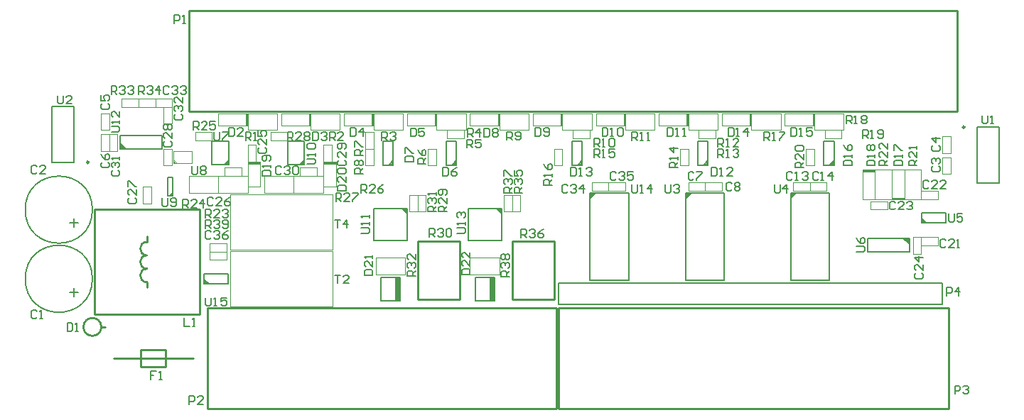
<source format=gto>
%FSLAX44Y44*%
%MOMM*%
G71*
G01*
G75*
G04 Layer_Color=65535*
%ADD10C,0.3000*%
%ADD11C,0.5000*%
%ADD12O,2.1500X0.6000*%
%ADD13R,3.0000X1.6000*%
%ADD14R,6.2000X5.8000*%
%ADD15O,0.7000X2.5000*%
%ADD16R,2.7000X1.0000*%
%ADD17R,2.7000X3.3000*%
%ADD18R,0.6300X0.8300*%
%ADD19R,1.0000X1.5000*%
G04:AMPARAMS|DCode=20|XSize=0.6mm|YSize=1.3mm|CornerRadius=0.15mm|HoleSize=0mm|Usage=FLASHONLY|Rotation=180.000|XOffset=0mm|YOffset=0mm|HoleType=Round|Shape=RoundedRectangle|*
%AMROUNDEDRECTD20*
21,1,0.6000,1.0000,0,0,180.0*
21,1,0.3000,1.3000,0,0,180.0*
1,1,0.3000,-0.1500,0.5000*
1,1,0.3000,0.1500,0.5000*
1,1,0.3000,0.1500,-0.5000*
1,1,0.3000,-0.1500,-0.5000*
%
%ADD20ROUNDEDRECTD20*%
%ADD21R,5.5000X3.2000*%
%ADD22R,0.6000X0.6000*%
%ADD23R,0.6000X0.6000*%
%ADD24R,0.9000X0.6000*%
%ADD25R,0.8300X0.6300*%
%ADD26R,1.0000X0.8000*%
%ADD27R,1.5000X2.1000*%
%ADD28R,3.0000X3.7500*%
%ADD29R,1.5000X1.0000*%
%ADD30R,0.6000X1.1000*%
%ADD31O,1.7000X0.3000*%
%ADD32R,0.4500X0.6000*%
%ADD33R,0.8000X0.4500*%
%ADD34C,1.8000*%
%ADD35C,2.0000*%
%ADD36C,0.7500*%
%ADD37C,1.0000*%
%ADD38C,1.5000*%
%ADD39C,0.2600*%
%ADD40C,0.2500*%
%ADD41C,2.5000*%
%ADD42C,1.5000*%
%ADD43R,1.5000X1.5000*%
%ADD44C,6.0000*%
%ADD45C,1.6000*%
%ADD46C,0.7000*%
%ADD47R,0.8000X1.0000*%
%ADD48C,0.7000*%
%ADD49C,0.1700*%
%ADD50C,0.2000*%
%ADD51C,0.2540*%
%ADD52C,0.1000*%
%ADD53C,0.1500*%
G36*
X675500Y252250D02*
X675500Y259500D01*
X682750Y259500D01*
X675500Y252250D01*
D02*
G37*
G36*
X914500Y252250D02*
Y259500D01*
X921750D01*
X914500Y252250D01*
D02*
G37*
G36*
X789500D02*
Y259500D01*
X796750D01*
X789500Y252250D01*
D02*
G37*
G36*
X335000Y293500D02*
X328000D01*
X335000Y300500D01*
X335000D01*
Y293500D01*
D02*
G37*
G36*
X245000Y293500D02*
X238000D01*
X245000Y300500D01*
X245000D01*
Y293500D01*
D02*
G37*
G36*
X178000Y256501D02*
X177999Y256500D01*
X173000D01*
X178000Y261500D01*
Y256501D01*
D02*
G37*
D40*
X1121750Y338500D02*
G03*
X1121750Y338500I-1250J0D01*
G01*
X78250Y296500D02*
G03*
X78250Y296500I-1250J0D01*
G01*
D49*
X530000Y203500D02*
Y241500D01*
X570000D01*
X530000Y203500D02*
X570000D01*
Y241500D01*
X568000D02*
X570000Y239500D01*
X566000Y241500D02*
X570000Y237500D01*
X564000Y241500D02*
X570000Y235500D01*
X417500Y203500D02*
Y241500D01*
X457500D01*
X417500Y203500D02*
X457500D01*
Y241500D01*
X455500D02*
X457500Y239500D01*
X453500Y241500D02*
X457500Y237500D01*
X451500Y241500D02*
X457500Y235500D01*
X1100000Y137500D02*
Y147497D01*
X1104998D01*
X1106665Y145831D01*
Y142498D01*
X1104998Y140832D01*
X1100000D01*
X1114995Y137500D02*
Y147497D01*
X1109997Y142498D01*
X1116661D01*
X1110000Y20000D02*
Y29997D01*
X1114998D01*
X1116665Y28331D01*
Y24998D01*
X1114998Y23332D01*
X1110000D01*
X1119997Y28331D02*
X1121663Y29997D01*
X1124995D01*
X1126661Y28331D01*
Y26665D01*
X1124995Y24998D01*
X1123329D01*
X1124995D01*
X1126661Y23332D01*
Y21666D01*
X1124995Y20000D01*
X1121663D01*
X1119997Y21666D01*
X197500Y7500D02*
Y17497D01*
X202498D01*
X204165Y15831D01*
Y12498D01*
X202498Y10832D01*
X197500D01*
X214161Y7500D02*
X207497D01*
X214161Y14165D01*
Y15831D01*
X212495Y17497D01*
X209163D01*
X207497Y15831D01*
X180000Y462500D02*
Y472497D01*
X184998D01*
X186665Y470831D01*
Y467498D01*
X184998Y465832D01*
X180000D01*
X189997Y462500D02*
X193329D01*
X191663D01*
Y472497D01*
X189997Y470831D01*
X16665Y118331D02*
X14998Y119997D01*
X11666D01*
X10000Y118331D01*
Y111666D01*
X11666Y110000D01*
X14998D01*
X16665Y111666D01*
X19997Y110000D02*
X23329D01*
X21663D01*
Y119997D01*
X19997Y118331D01*
X16665Y290831D02*
X14998Y292497D01*
X11666D01*
X10000Y290831D01*
Y284166D01*
X11666Y282500D01*
X14998D01*
X16665Y284166D01*
X26661Y282500D02*
X19997D01*
X26661Y289165D01*
Y290831D01*
X24995Y292497D01*
X21663D01*
X19997Y290831D01*
X1084169Y291665D02*
X1082503Y289998D01*
Y286666D01*
X1084169Y285000D01*
X1090834D01*
X1092500Y286666D01*
Y289998D01*
X1090834Y291665D01*
X1084169Y294997D02*
X1082503Y296663D01*
Y299995D01*
X1084169Y301661D01*
X1085835D01*
X1087502Y299995D01*
Y298329D01*
Y299995D01*
X1089168Y301661D01*
X1090834D01*
X1092500Y299995D01*
Y296663D01*
X1090834Y294997D01*
X1084169Y316665D02*
X1082503Y314998D01*
Y311666D01*
X1084169Y310000D01*
X1090834D01*
X1092500Y311666D01*
Y314998D01*
X1090834Y316665D01*
X1092500Y324995D02*
X1082503D01*
X1087502Y319997D01*
Y326661D01*
X94169Y366665D02*
X92503Y364998D01*
Y361666D01*
X94169Y360000D01*
X100834D01*
X102500Y361666D01*
Y364998D01*
X100834Y366665D01*
X92503Y376661D02*
Y369997D01*
X97502D01*
X95836Y373329D01*
Y374995D01*
X97502Y376661D01*
X100834D01*
X102500Y374995D01*
Y371663D01*
X100834Y369997D01*
X94169Y296665D02*
X92503Y294998D01*
Y291666D01*
X94169Y290000D01*
X100834D01*
X102500Y291666D01*
Y294998D01*
X100834Y296665D01*
X92503Y306661D02*
X94169Y303329D01*
X97502Y299997D01*
X100834D01*
X102500Y301663D01*
Y304995D01*
X100834Y306661D01*
X99168D01*
X97502Y304995D01*
Y299997D01*
X799165Y283331D02*
X797498Y284997D01*
X794166D01*
X792500Y283331D01*
Y276666D01*
X794166Y275000D01*
X797498D01*
X799165Y276666D01*
X802497Y284997D02*
X809161D01*
Y283331D01*
X802497Y276666D01*
Y275000D01*
X844165Y270831D02*
X842498Y272497D01*
X839166D01*
X837500Y270831D01*
Y264166D01*
X839166Y262500D01*
X842498D01*
X844165Y264166D01*
X847497Y270831D02*
X849163Y272497D01*
X852495D01*
X854161Y270831D01*
Y269165D01*
X852495Y267498D01*
X854161Y265832D01*
Y264166D01*
X852495Y262500D01*
X849163D01*
X847497Y264166D01*
Y265832D01*
X849163Y267498D01*
X847497Y269165D01*
Y270831D01*
X849163Y267498D02*
X852495D01*
X916665Y283331D02*
X914998Y284997D01*
X911666D01*
X910000Y283331D01*
Y276666D01*
X911666Y275000D01*
X914998D01*
X916665Y276666D01*
X919997Y275000D02*
X923329D01*
X921663D01*
Y284997D01*
X919997Y283331D01*
X928327D02*
X929994Y284997D01*
X933326D01*
X934992Y283331D01*
Y281665D01*
X933326Y279998D01*
X931660D01*
X933326D01*
X934992Y278332D01*
Y276666D01*
X933326Y275000D01*
X929994D01*
X928327Y276666D01*
X947414Y283331D02*
X945748Y284997D01*
X942416D01*
X940750Y283331D01*
Y276666D01*
X942416Y275000D01*
X945748D01*
X947414Y276666D01*
X950747Y275000D02*
X954079D01*
X952413D01*
Y284997D01*
X950747Y283331D01*
X964076Y275000D02*
Y284997D01*
X959077Y279998D01*
X965742D01*
X1099165Y203331D02*
X1097498Y204997D01*
X1094166D01*
X1092500Y203331D01*
Y196666D01*
X1094166Y195000D01*
X1097498D01*
X1099165Y196666D01*
X1109161Y195000D02*
X1102497D01*
X1109161Y201665D01*
Y203331D01*
X1107495Y204997D01*
X1104163D01*
X1102497Y203331D01*
X1112494Y195000D02*
X1115826D01*
X1114160D01*
Y204997D01*
X1112494Y203331D01*
X1079165Y273331D02*
X1077498Y274997D01*
X1074166D01*
X1072500Y273331D01*
Y266666D01*
X1074166Y265000D01*
X1077498D01*
X1079165Y266666D01*
X1089161Y265000D02*
X1082497D01*
X1089161Y271665D01*
Y273331D01*
X1087495Y274997D01*
X1084163D01*
X1082497Y273331D01*
X1099158Y265000D02*
X1092494D01*
X1099158Y271665D01*
Y273331D01*
X1097492Y274997D01*
X1094160D01*
X1092494Y273331D01*
X1039165Y248331D02*
X1037498Y249997D01*
X1034166D01*
X1032500Y248331D01*
Y241666D01*
X1034166Y240000D01*
X1037498D01*
X1039165Y241666D01*
X1049161Y240000D02*
X1042497D01*
X1049161Y246665D01*
Y248331D01*
X1047495Y249997D01*
X1044163D01*
X1042497Y248331D01*
X1052494D02*
X1054160Y249997D01*
X1057492D01*
X1059158Y248331D01*
Y246665D01*
X1057492Y244998D01*
X1055826D01*
X1057492D01*
X1059158Y243332D01*
Y241666D01*
X1057492Y240000D01*
X1054160D01*
X1052494Y241666D01*
X1064169Y164165D02*
X1062503Y162498D01*
Y159166D01*
X1064169Y157500D01*
X1070834D01*
X1072500Y159166D01*
Y162498D01*
X1070834Y164165D01*
X1072500Y174161D02*
Y167497D01*
X1065835Y174161D01*
X1064169D01*
X1062503Y172495D01*
Y169163D01*
X1064169Y167497D01*
X1072500Y182492D02*
X1062503D01*
X1067502Y177493D01*
Y184158D01*
X281669Y314165D02*
X280003Y312498D01*
Y309166D01*
X281669Y307500D01*
X288334D01*
X290000Y309166D01*
Y312498D01*
X288334Y314165D01*
X290000Y324161D02*
Y317497D01*
X283335Y324161D01*
X281669D01*
X280003Y322495D01*
Y319163D01*
X281669Y317497D01*
X280003Y334158D02*
Y327494D01*
X285002D01*
X283335Y330826D01*
Y332492D01*
X285002Y334158D01*
X288334D01*
X290000Y332492D01*
Y329160D01*
X288334Y327494D01*
X226665Y253331D02*
X224998Y254997D01*
X221666D01*
X220000Y253331D01*
Y246666D01*
X221666Y245000D01*
X224998D01*
X226665Y246666D01*
X236661Y245000D02*
X229997D01*
X236661Y251665D01*
Y253331D01*
X234995Y254997D01*
X231663D01*
X229997Y253331D01*
X246658Y254997D02*
X243326Y253331D01*
X239994Y249998D01*
Y246666D01*
X241660Y245000D01*
X244992D01*
X246658Y246666D01*
Y248332D01*
X244992Y249998D01*
X239994D01*
X126669Y254165D02*
X125003Y252498D01*
Y249166D01*
X126669Y247500D01*
X133334D01*
X135000Y249166D01*
Y252498D01*
X133334Y254165D01*
X135000Y264161D02*
Y257497D01*
X128336Y264161D01*
X126669D01*
X125003Y262495D01*
Y259163D01*
X126669Y257497D01*
X125003Y267493D02*
Y274158D01*
X126669D01*
X133334Y267493D01*
X135000D01*
X169169Y321665D02*
X167503Y319998D01*
Y316666D01*
X169169Y315000D01*
X175834D01*
X177500Y316666D01*
Y319998D01*
X175834Y321665D01*
X177500Y331661D02*
Y324997D01*
X170835Y331661D01*
X169169D01*
X167503Y329995D01*
Y326663D01*
X169169Y324997D01*
Y334994D02*
X167503Y336660D01*
Y339992D01*
X169169Y341658D01*
X170835D01*
X172502Y339992D01*
X174168Y341658D01*
X175834D01*
X177500Y339992D01*
Y336660D01*
X175834Y334994D01*
X174168D01*
X172502Y336660D01*
X170835Y334994D01*
X169169D01*
X172502Y336660D02*
Y339992D01*
X376669Y299165D02*
X375003Y297498D01*
Y294166D01*
X376669Y292500D01*
X383334D01*
X385000Y294166D01*
Y297498D01*
X383334Y299165D01*
X385000Y309161D02*
Y302497D01*
X378335Y309161D01*
X376669D01*
X375003Y307495D01*
Y304163D01*
X376669Y302497D01*
X383334Y312494D02*
X385000Y314160D01*
Y317492D01*
X383334Y319158D01*
X376669D01*
X375003Y317492D01*
Y314160D01*
X376669Y312494D01*
X378335D01*
X380002Y314160D01*
Y319158D01*
X307915Y290331D02*
X306248Y291997D01*
X302916D01*
X301250Y290331D01*
Y283666D01*
X302916Y282000D01*
X306248D01*
X307915Y283666D01*
X311247Y290331D02*
X312913Y291997D01*
X316245D01*
X317911Y290331D01*
Y288664D01*
X316245Y286998D01*
X314579D01*
X316245D01*
X317911Y285332D01*
Y283666D01*
X316245Y282000D01*
X312913D01*
X311247Y283666D01*
X321244Y290331D02*
X322910Y291997D01*
X326242D01*
X327908Y290331D01*
Y283666D01*
X326242Y282000D01*
X322910D01*
X321244Y283666D01*
Y290331D01*
X106669Y286665D02*
X105003Y284998D01*
Y281666D01*
X106669Y280000D01*
X113334D01*
X115000Y281666D01*
Y284998D01*
X113334Y286665D01*
X106669Y289997D02*
X105003Y291663D01*
Y294995D01*
X106669Y296661D01*
X108336D01*
X110002Y294995D01*
Y293329D01*
Y294995D01*
X111668Y296661D01*
X113334D01*
X115000Y294995D01*
Y291663D01*
X113334Y289997D01*
X115000Y299994D02*
Y303326D01*
Y301660D01*
X105003D01*
X106669Y299994D01*
X181669Y354165D02*
X180003Y352498D01*
Y349166D01*
X181669Y347500D01*
X188334D01*
X190000Y349166D01*
Y352498D01*
X188334Y354165D01*
X181669Y357497D02*
X180003Y359163D01*
Y362495D01*
X181669Y364161D01*
X183335D01*
X185002Y362495D01*
Y360829D01*
Y362495D01*
X186668Y364161D01*
X188334D01*
X190000Y362495D01*
Y359163D01*
X188334Y357497D01*
X190000Y374158D02*
Y367494D01*
X183335Y374158D01*
X181669D01*
X180003Y372492D01*
Y369160D01*
X181669Y367494D01*
X174165Y385831D02*
X172498Y387497D01*
X169166D01*
X167500Y385831D01*
Y379166D01*
X169166Y377500D01*
X172498D01*
X174165Y379166D01*
X177497Y385831D02*
X179163Y387497D01*
X182495D01*
X184161Y385831D01*
Y384165D01*
X182495Y382498D01*
X180829D01*
X182495D01*
X184161Y380832D01*
Y379166D01*
X182495Y377500D01*
X179163D01*
X177497Y379166D01*
X187494Y385831D02*
X189160Y387497D01*
X192492D01*
X194158Y385831D01*
Y384165D01*
X192492Y382498D01*
X190826D01*
X192492D01*
X194158Y380832D01*
Y379166D01*
X192492Y377500D01*
X189160D01*
X187494Y379166D01*
X649165Y268331D02*
X647498Y269997D01*
X644166D01*
X642500Y268331D01*
Y261666D01*
X644166Y260000D01*
X647498D01*
X649165Y261666D01*
X652497Y268331D02*
X654163Y269997D01*
X657495D01*
X659161Y268331D01*
Y266665D01*
X657495Y264998D01*
X655829D01*
X657495D01*
X659161Y263332D01*
Y261666D01*
X657495Y260000D01*
X654163D01*
X652497Y261666D01*
X667492Y260000D02*
Y269997D01*
X662494Y264998D01*
X669158D01*
X706665Y283331D02*
X704998Y284997D01*
X701666D01*
X700000Y283331D01*
Y276666D01*
X701666Y275000D01*
X704998D01*
X706665Y276666D01*
X709997Y283331D02*
X711663Y284997D01*
X714995D01*
X716661Y283331D01*
Y281665D01*
X714995Y279998D01*
X713329D01*
X714995D01*
X716661Y278332D01*
Y276666D01*
X714995Y275000D01*
X711663D01*
X709997Y276666D01*
X726658Y284997D02*
X719994D01*
Y279998D01*
X723326Y281665D01*
X724992D01*
X726658Y279998D01*
Y276666D01*
X724992Y275000D01*
X721660D01*
X719994Y276666D01*
X224165Y213331D02*
X222498Y214997D01*
X219166D01*
X217500Y213331D01*
Y206666D01*
X219166Y205000D01*
X222498D01*
X224165Y206666D01*
X227497Y213331D02*
X229163Y214997D01*
X232495D01*
X234161Y213331D01*
Y211665D01*
X232495Y209998D01*
X230829D01*
X232495D01*
X234161Y208332D01*
Y206666D01*
X232495Y205000D01*
X229163D01*
X227497Y206666D01*
X244158Y214997D02*
X240826Y213331D01*
X237494Y209998D01*
Y206666D01*
X239160Y205000D01*
X242492D01*
X244158Y206666D01*
Y208332D01*
X242492Y209998D01*
X237494D01*
X52500Y104997D02*
Y95000D01*
X57498D01*
X59165Y96666D01*
Y103331D01*
X57498Y104997D01*
X52500D01*
X62497Y95000D02*
X65829D01*
X64163D01*
Y104997D01*
X62497Y103331D01*
X245000Y337497D02*
Y327500D01*
X249998D01*
X251665Y329166D01*
Y335831D01*
X249998Y337497D01*
X245000D01*
X261661Y327500D02*
X254997D01*
X261661Y334165D01*
Y335831D01*
X259995Y337497D01*
X256663D01*
X254997Y335831D01*
X345000Y332497D02*
Y322500D01*
X349998D01*
X351665Y324166D01*
Y330831D01*
X349998Y332497D01*
X345000D01*
X354997Y330831D02*
X356663Y332497D01*
X359995D01*
X361661Y330831D01*
Y329165D01*
X359995Y327498D01*
X358329D01*
X359995D01*
X361661Y325832D01*
Y324166D01*
X359995Y322500D01*
X356663D01*
X354997Y324166D01*
X390000Y337497D02*
Y327500D01*
X394998D01*
X396665Y329166D01*
Y335831D01*
X394998Y337497D01*
X390000D01*
X404995Y327500D02*
Y337497D01*
X399997Y332498D01*
X406661D01*
X461500Y337247D02*
Y327250D01*
X466498D01*
X468164Y328916D01*
Y335581D01*
X466498Y337247D01*
X461500D01*
X478161D02*
X471497D01*
Y332248D01*
X474829Y333914D01*
X476495D01*
X478161Y332248D01*
Y328916D01*
X476495Y327250D01*
X473163D01*
X471497Y328916D01*
X500000Y289997D02*
Y280000D01*
X504998D01*
X506665Y281666D01*
Y288331D01*
X504998Y289997D01*
X500000D01*
X516661D02*
X513329Y288331D01*
X509997Y284998D01*
Y281666D01*
X511663Y280000D01*
X514995D01*
X516661Y281666D01*
Y283332D01*
X514995Y284998D01*
X509997D01*
X455003Y297500D02*
X465000D01*
Y302498D01*
X463334Y304165D01*
X456669D01*
X455003Y302498D01*
Y297500D01*
Y307497D02*
Y314161D01*
X456669D01*
X463334Y307497D01*
X465000D01*
X549250Y336747D02*
Y326750D01*
X554248D01*
X555914Y328416D01*
Y335081D01*
X554248Y336747D01*
X549250D01*
X559247Y335081D02*
X560913Y336747D01*
X564245D01*
X565911Y335081D01*
Y333414D01*
X564245Y331748D01*
X565911Y330082D01*
Y328416D01*
X564245Y326750D01*
X560913D01*
X559247Y328416D01*
Y330082D01*
X560913Y331748D01*
X559247Y333414D01*
Y335081D01*
X560913Y331748D02*
X564245D01*
X610000Y337497D02*
Y327500D01*
X614998D01*
X616665Y329166D01*
Y335831D01*
X614998Y337497D01*
X610000D01*
X619997Y329166D02*
X621663Y327500D01*
X624995D01*
X626661Y329166D01*
Y335831D01*
X624995Y337497D01*
X621663D01*
X619997Y335831D01*
Y334165D01*
X621663Y332498D01*
X626661D01*
X690000Y337497D02*
Y327500D01*
X694998D01*
X696665Y329166D01*
Y335831D01*
X694998Y337497D01*
X690000D01*
X699997Y327500D02*
X703329D01*
X701663D01*
Y337497D01*
X699997Y335831D01*
X708327D02*
X709994Y337497D01*
X713326D01*
X714992Y335831D01*
Y329166D01*
X713326Y327500D01*
X709994D01*
X708327Y329166D01*
Y335831D01*
X767500Y337497D02*
Y327500D01*
X772498D01*
X774165Y329166D01*
Y335831D01*
X772498Y337497D01*
X767500D01*
X777497Y327500D02*
X780829D01*
X779163D01*
Y337497D01*
X777497Y335831D01*
X785827Y327500D02*
X789160D01*
X787494D01*
Y337497D01*
X785827Y335831D01*
X820000Y290497D02*
Y280500D01*
X824998D01*
X826665Y282166D01*
Y288831D01*
X824998Y290497D01*
X820000D01*
X829997Y280500D02*
X833329D01*
X831663D01*
Y290497D01*
X829997Y288831D01*
X844992Y280500D02*
X838327D01*
X844992Y287164D01*
Y288831D01*
X843326Y290497D01*
X839994D01*
X838327Y288831D01*
X652500Y289997D02*
Y280000D01*
X657498D01*
X659165Y281666D01*
Y288331D01*
X657498Y289997D01*
X652500D01*
X662497Y280000D02*
X665829D01*
X664163D01*
Y289997D01*
X662497Y288331D01*
X670827D02*
X672494Y289997D01*
X675826D01*
X677492Y288331D01*
Y286665D01*
X675826Y284998D01*
X674160D01*
X675826D01*
X677492Y283332D01*
Y281666D01*
X675826Y280000D01*
X672494D01*
X670827Y281666D01*
X840000Y337497D02*
Y327500D01*
X844998D01*
X846665Y329166D01*
Y335831D01*
X844998Y337497D01*
X840000D01*
X849997Y327500D02*
X853329D01*
X851663D01*
Y337497D01*
X849997Y335831D01*
X863326Y327500D02*
Y337497D01*
X858327Y332498D01*
X864992D01*
X915000Y337497D02*
Y327500D01*
X919998D01*
X921665Y329166D01*
Y335831D01*
X919998Y337497D01*
X915000D01*
X924997Y327500D02*
X928329D01*
X926663D01*
Y337497D01*
X924997Y335831D01*
X939992Y337497D02*
X933327D01*
Y332498D01*
X936660Y334165D01*
X938326D01*
X939992Y332498D01*
Y329166D01*
X938326Y327500D01*
X934994D01*
X933327Y329166D01*
X977503Y292500D02*
X987500D01*
Y297498D01*
X985834Y299165D01*
X979169D01*
X977503Y297498D01*
Y292500D01*
X987500Y302497D02*
Y305829D01*
Y304163D01*
X977503D01*
X979169Y302497D01*
X977503Y317492D02*
X979169Y314160D01*
X982502Y310827D01*
X985834D01*
X987500Y312494D01*
Y315826D01*
X985834Y317492D01*
X984168D01*
X982502Y315826D01*
Y310827D01*
X1037503Y292500D02*
X1047500D01*
Y297498D01*
X1045834Y299165D01*
X1039169D01*
X1037503Y297498D01*
Y292500D01*
X1047500Y302497D02*
Y305829D01*
Y304163D01*
X1037503D01*
X1039169Y302497D01*
X1037503Y310827D02*
Y317492D01*
X1039169D01*
X1045834Y310827D01*
X1047500D01*
X1005003Y292500D02*
X1015000D01*
Y297498D01*
X1013334Y299165D01*
X1006669D01*
X1005003Y297498D01*
Y292500D01*
X1015000Y302497D02*
Y305829D01*
Y304163D01*
X1005003D01*
X1006669Y302497D01*
Y310827D02*
X1005003Y312494D01*
Y315826D01*
X1006669Y317492D01*
X1008335D01*
X1010002Y315826D01*
X1011668Y317492D01*
X1013334D01*
X1015000Y315826D01*
Y312494D01*
X1013334Y310827D01*
X1011668D01*
X1010002Y312494D01*
X1008335Y310827D01*
X1006669D01*
X1010002Y312494D02*
Y315826D01*
X285003Y280000D02*
X295000D01*
Y284998D01*
X293334Y286665D01*
X286669D01*
X285003Y284998D01*
Y280000D01*
X295000Y289997D02*
Y293329D01*
Y291663D01*
X285003D01*
X286669Y289997D01*
X293334Y298327D02*
X295000Y299994D01*
Y303326D01*
X293334Y304992D01*
X286669D01*
X285003Y303326D01*
Y299994D01*
X286669Y298327D01*
X288335D01*
X290002Y299994D01*
Y304992D01*
X375003Y262500D02*
X385000D01*
Y267498D01*
X383334Y269165D01*
X376669D01*
X375003Y267498D01*
Y262500D01*
X385000Y279161D02*
Y272497D01*
X378335Y279161D01*
X376669D01*
X375003Y277495D01*
Y274163D01*
X376669Y272497D01*
Y282494D02*
X375003Y284160D01*
Y287492D01*
X376669Y289158D01*
X383334D01*
X385000Y287492D01*
Y284160D01*
X383334Y282494D01*
X376669D01*
X406503Y162000D02*
X416500D01*
Y166999D01*
X414834Y168665D01*
X408170D01*
X406503Y166999D01*
Y162000D01*
X416500Y178661D02*
Y171997D01*
X409836Y178661D01*
X408170D01*
X406503Y176995D01*
Y173663D01*
X408170Y171997D01*
X416500Y181994D02*
Y185326D01*
Y183660D01*
X406503D01*
X408170Y181994D01*
X522503Y162500D02*
X532500D01*
Y167498D01*
X530834Y169165D01*
X524169D01*
X522503Y167498D01*
Y162500D01*
X532500Y179161D02*
Y172497D01*
X525835Y179161D01*
X524169D01*
X522503Y177495D01*
Y174163D01*
X524169Y172497D01*
X532500Y189158D02*
Y182494D01*
X525835Y189158D01*
X524169D01*
X522503Y187492D01*
Y184160D01*
X524169Y182494D01*
X158914Y47247D02*
X152250D01*
Y42248D01*
X155582D01*
X152250D01*
Y37250D01*
X162247D02*
X165579D01*
X163913D01*
Y47247D01*
X162247Y45581D01*
X191500Y110497D02*
Y100500D01*
X198165D01*
X201497D02*
X204829D01*
X203163D01*
Y110497D01*
X201497Y108831D01*
X265000Y322500D02*
Y332497D01*
X269998D01*
X271665Y330831D01*
Y327498D01*
X269998Y325832D01*
X265000D01*
X268332D02*
X271665Y322500D01*
X274997D02*
X278329D01*
X276663D01*
Y332497D01*
X274997Y330831D01*
X365000Y322500D02*
Y332497D01*
X369998D01*
X371665Y330831D01*
Y327498D01*
X369998Y325832D01*
X365000D01*
X368332D02*
X371665Y322500D01*
X381661D02*
X374997D01*
X381661Y329165D01*
Y330831D01*
X379995Y332497D01*
X376663D01*
X374997Y330831D01*
X427500Y322500D02*
Y332497D01*
X432498D01*
X434165Y330831D01*
Y327498D01*
X432498Y325832D01*
X427500D01*
X430832D02*
X434165Y322500D01*
X437497Y330831D02*
X439163Y332497D01*
X442495D01*
X444161Y330831D01*
Y329165D01*
X442495Y327498D01*
X440829D01*
X442495D01*
X444161Y325832D01*
Y324166D01*
X442495Y322500D01*
X439163D01*
X437497Y324166D01*
X529250Y326750D02*
Y336747D01*
X534248D01*
X535914Y335081D01*
Y331748D01*
X534248Y330082D01*
X529250D01*
X532582D02*
X535914Y326750D01*
X544245D02*
Y336747D01*
X539247Y331748D01*
X545911D01*
X528750Y313750D02*
Y323747D01*
X533748D01*
X535415Y322081D01*
Y318748D01*
X533748Y317082D01*
X528750D01*
X532082D02*
X535415Y313750D01*
X545411Y323747D02*
X538747D01*
Y318748D01*
X542079Y320415D01*
X543745D01*
X545411Y318748D01*
Y315416D01*
X543745Y313750D01*
X540413D01*
X538747Y315416D01*
X480000Y295000D02*
X470003D01*
Y299998D01*
X471669Y301665D01*
X475002D01*
X476668Y299998D01*
Y295000D01*
Y298332D02*
X480000Y301665D01*
X470003Y311661D02*
X471669Y308329D01*
X475002Y304997D01*
X478334D01*
X480000Y306663D01*
Y309995D01*
X478334Y311661D01*
X476668D01*
X475002Y309995D01*
Y304997D01*
X405000Y305000D02*
X395003D01*
Y309998D01*
X396669Y311665D01*
X400002D01*
X401668Y309998D01*
Y305000D01*
Y308332D02*
X405000Y311665D01*
X395003Y314997D02*
Y321661D01*
X396669D01*
X403334Y314997D01*
X405000D01*
Y282500D02*
X395003D01*
Y287498D01*
X396669Y289165D01*
X400002D01*
X401668Y287498D01*
Y282500D01*
Y285832D02*
X405000Y289165D01*
X396669Y292497D02*
X395003Y294163D01*
Y297495D01*
X396669Y299161D01*
X398335D01*
X400002Y297495D01*
X401668Y299161D01*
X403334D01*
X405000Y297495D01*
Y294163D01*
X403334Y292497D01*
X401668D01*
X400002Y294163D01*
X398335Y292497D01*
X396669D01*
X400002Y294163D02*
Y297495D01*
X576250Y323000D02*
Y332997D01*
X581248D01*
X582915Y331331D01*
Y327998D01*
X581248Y326332D01*
X576250D01*
X579582D02*
X582915Y323000D01*
X586247Y324666D02*
X587913Y323000D01*
X591245D01*
X592911Y324666D01*
Y331331D01*
X591245Y332997D01*
X587913D01*
X586247Y331331D01*
Y329664D01*
X587913Y327998D01*
X592911D01*
X680000Y315000D02*
Y324997D01*
X684998D01*
X686665Y323331D01*
Y319998D01*
X684998Y318332D01*
X680000D01*
X683332D02*
X686665Y315000D01*
X689997D02*
X693329D01*
X691663D01*
Y324997D01*
X689997Y323331D01*
X698327D02*
X699994Y324997D01*
X703326D01*
X704992Y323331D01*
Y316666D01*
X703326Y315000D01*
X699994D01*
X698327Y316666D01*
Y323331D01*
X725000Y322500D02*
Y332497D01*
X729998D01*
X731665Y330831D01*
Y327498D01*
X729998Y325832D01*
X725000D01*
X728332D02*
X731665Y322500D01*
X734997D02*
X738329D01*
X736663D01*
Y332497D01*
X734997Y330831D01*
X743327Y322500D02*
X746660D01*
X744994D01*
Y332497D01*
X743327Y330831D01*
X827500Y315000D02*
Y324997D01*
X832498D01*
X834165Y323331D01*
Y319998D01*
X832498Y318332D01*
X827500D01*
X830832D02*
X834165Y315000D01*
X837497D02*
X840829D01*
X839163D01*
Y324997D01*
X837497Y323331D01*
X852492Y315000D02*
X845827D01*
X852492Y321665D01*
Y323331D01*
X850826Y324997D01*
X847494D01*
X845827Y323331D01*
X827500Y302500D02*
Y312497D01*
X832498D01*
X834165Y310831D01*
Y307498D01*
X832498Y305832D01*
X827500D01*
X830832D02*
X834165Y302500D01*
X837497D02*
X840829D01*
X839163D01*
Y312497D01*
X837497Y310831D01*
X845827D02*
X847494Y312497D01*
X850826D01*
X852492Y310831D01*
Y309165D01*
X850826Y307498D01*
X849160D01*
X850826D01*
X852492Y305832D01*
Y304166D01*
X850826Y302500D01*
X847494D01*
X845827Y304166D01*
X780000Y290000D02*
X770003D01*
Y294998D01*
X771669Y296665D01*
X775002D01*
X776668Y294998D01*
Y290000D01*
Y293332D02*
X780000Y296665D01*
Y299997D02*
Y303329D01*
Y301663D01*
X770003D01*
X771669Y299997D01*
X780000Y313326D02*
X770003D01*
X775002Y308327D01*
Y314992D01*
X680000Y302500D02*
Y312497D01*
X684998D01*
X686665Y310831D01*
Y307498D01*
X684998Y305832D01*
X680000D01*
X683332D02*
X686665Y302500D01*
X689997D02*
X693329D01*
X691663D01*
Y312497D01*
X689997Y310831D01*
X704992Y312497D02*
X698327D01*
Y307498D01*
X701660Y309165D01*
X703326D01*
X704992Y307498D01*
Y304166D01*
X703326Y302500D01*
X699994D01*
X698327Y304166D01*
X630000Y269500D02*
X620003D01*
Y274498D01*
X621669Y276164D01*
X625002D01*
X626668Y274498D01*
Y269500D01*
Y272832D02*
X630000Y276164D01*
Y279497D02*
Y282829D01*
Y281163D01*
X620003D01*
X621669Y279497D01*
X620003Y294492D02*
X621669Y291160D01*
X625002Y287827D01*
X628334D01*
X630000Y289494D01*
Y292826D01*
X628334Y294492D01*
X626668D01*
X625002Y292826D01*
Y287827D01*
X882500Y322500D02*
Y332497D01*
X887498D01*
X889165Y330831D01*
Y327498D01*
X887498Y325832D01*
X882500D01*
X885832D02*
X889165Y322500D01*
X892497D02*
X895829D01*
X894163D01*
Y332497D01*
X892497Y330831D01*
X900827Y332497D02*
X907492D01*
Y330831D01*
X900827Y324166D01*
Y322500D01*
X980500Y342500D02*
Y352497D01*
X985498D01*
X987165Y350831D01*
Y347498D01*
X985498Y345832D01*
X980500D01*
X983832D02*
X987165Y342500D01*
X990497D02*
X993829D01*
X992163D01*
Y352497D01*
X990497Y350831D01*
X998827D02*
X1000494Y352497D01*
X1003826D01*
X1005492Y350831D01*
Y349165D01*
X1003826Y347498D01*
X1005492Y345832D01*
Y344166D01*
X1003826Y342500D01*
X1000494D01*
X998827Y344166D01*
Y345832D01*
X1000494Y347498D01*
X998827Y349165D01*
Y350831D01*
X1000494Y347498D02*
X1003826D01*
X1000000Y325000D02*
Y334997D01*
X1004998D01*
X1006665Y333331D01*
Y329998D01*
X1004998Y328332D01*
X1000000D01*
X1003332D02*
X1006665Y325000D01*
X1009997D02*
X1013329D01*
X1011663D01*
Y334997D01*
X1009997Y333331D01*
X1018327Y326666D02*
X1019994Y325000D01*
X1023326D01*
X1024992Y326666D01*
Y333331D01*
X1023326Y334997D01*
X1019994D01*
X1018327Y333331D01*
Y331665D01*
X1019994Y329998D01*
X1024992D01*
X930000Y290000D02*
X920003D01*
Y294998D01*
X921669Y296665D01*
X925002D01*
X926668Y294998D01*
Y290000D01*
Y293332D02*
X930000Y296665D01*
Y306661D02*
Y299997D01*
X923335Y306661D01*
X921669D01*
X920003Y304995D01*
Y301663D01*
X921669Y299997D01*
Y309994D02*
X920003Y311660D01*
Y314992D01*
X921669Y316658D01*
X928334D01*
X930000Y314992D01*
Y311660D01*
X928334Y309994D01*
X921669D01*
X1065000Y292500D02*
X1055003D01*
Y297498D01*
X1056669Y299165D01*
X1060002D01*
X1061668Y297498D01*
Y292500D01*
Y295832D02*
X1065000Y299165D01*
Y309161D02*
Y302497D01*
X1058335Y309161D01*
X1056669D01*
X1055003Y307495D01*
Y304163D01*
X1056669Y302497D01*
X1065000Y312494D02*
Y315826D01*
Y314160D01*
X1055003D01*
X1056669Y312494D01*
X1030000Y292500D02*
X1020003D01*
Y297498D01*
X1021669Y299165D01*
X1025002D01*
X1026668Y297498D01*
Y292500D01*
Y295832D02*
X1030000Y299165D01*
Y309161D02*
Y302497D01*
X1023335Y309161D01*
X1021669D01*
X1020003Y307495D01*
Y304163D01*
X1021669Y302497D01*
X1030000Y319158D02*
Y312494D01*
X1023335Y319158D01*
X1021669D01*
X1020003Y317492D01*
Y314160D01*
X1021669Y312494D01*
X217500Y230000D02*
Y239997D01*
X222498D01*
X224165Y238331D01*
Y234998D01*
X222498Y233332D01*
X217500D01*
X220832D02*
X224165Y230000D01*
X234161D02*
X227497D01*
X234161Y236665D01*
Y238331D01*
X232495Y239997D01*
X229163D01*
X227497Y238331D01*
X237494D02*
X239160Y239997D01*
X242492D01*
X244158Y238331D01*
Y236665D01*
X242492Y234998D01*
X240826D01*
X242492D01*
X244158Y233332D01*
Y231666D01*
X242492Y230000D01*
X239160D01*
X237494Y231666D01*
X190000Y242500D02*
Y252497D01*
X194998D01*
X196665Y250831D01*
Y247498D01*
X194998Y245832D01*
X190000D01*
X193332D02*
X196665Y242500D01*
X206661D02*
X199997D01*
X206661Y249165D01*
Y250831D01*
X204995Y252497D01*
X201663D01*
X199997Y250831D01*
X214992Y242500D02*
Y252497D01*
X209994Y247498D01*
X216658D01*
X202500Y335000D02*
Y344997D01*
X207498D01*
X209165Y343331D01*
Y339998D01*
X207498Y338332D01*
X202500D01*
X205832D02*
X209165Y335000D01*
X219161D02*
X212497D01*
X219161Y341665D01*
Y343331D01*
X217495Y344997D01*
X214163D01*
X212497Y343331D01*
X229158Y344997D02*
X222494D01*
Y339998D01*
X225826Y341665D01*
X227492D01*
X229158Y339998D01*
Y336666D01*
X227492Y335000D01*
X224160D01*
X222494Y336666D01*
X402500Y260000D02*
Y269997D01*
X407498D01*
X409165Y268331D01*
Y264998D01*
X407498Y263332D01*
X402500D01*
X405832D02*
X409165Y260000D01*
X419161D02*
X412497D01*
X419161Y266665D01*
Y268331D01*
X417495Y269997D01*
X414163D01*
X412497Y268331D01*
X429158Y269997D02*
X425826Y268331D01*
X422494Y264998D01*
Y261666D01*
X424160Y260000D01*
X427492D01*
X429158Y261666D01*
Y263332D01*
X427492Y264998D01*
X422494D01*
X372500Y250000D02*
Y259997D01*
X377498D01*
X379165Y258331D01*
Y254998D01*
X377498Y253332D01*
X372500D01*
X375832D02*
X379165Y250000D01*
X389161D02*
X382497D01*
X389161Y256665D01*
Y258331D01*
X387495Y259997D01*
X384163D01*
X382497Y258331D01*
X392494Y259997D02*
X399158D01*
Y258331D01*
X392494Y251666D01*
Y250000D01*
X315000Y322500D02*
Y332497D01*
X319998D01*
X321665Y330831D01*
Y327498D01*
X319998Y325832D01*
X315000D01*
X318332D02*
X321665Y322500D01*
X331661D02*
X324997D01*
X331661Y329165D01*
Y330831D01*
X329995Y332497D01*
X326663D01*
X324997Y330831D01*
X334994D02*
X336660Y332497D01*
X339992D01*
X341658Y330831D01*
Y329165D01*
X339992Y327498D01*
X341658Y325832D01*
Y324166D01*
X339992Y322500D01*
X336660D01*
X334994Y324166D01*
Y325832D01*
X336660Y327498D01*
X334994Y329165D01*
Y330831D01*
X336660Y327498D02*
X339992D01*
X505000Y237500D02*
X495003D01*
Y242498D01*
X496669Y244165D01*
X500002D01*
X501668Y242498D01*
Y237500D01*
Y240832D02*
X505000Y244165D01*
Y254161D02*
Y247497D01*
X498335Y254161D01*
X496669D01*
X495003Y252495D01*
Y249163D01*
X496669Y247497D01*
X503334Y257494D02*
X505000Y259160D01*
Y262492D01*
X503334Y264158D01*
X496669D01*
X495003Y262492D01*
Y259160D01*
X496669Y257494D01*
X498335D01*
X500002Y259160D01*
Y264158D01*
X483750Y207750D02*
Y217747D01*
X488748D01*
X490415Y216081D01*
Y212748D01*
X488748Y211082D01*
X483750D01*
X487082D02*
X490415Y207750D01*
X493747Y216081D02*
X495413Y217747D01*
X498745D01*
X500411Y216081D01*
Y214415D01*
X498745Y212748D01*
X497079D01*
X498745D01*
X500411Y211082D01*
Y209416D01*
X498745Y207750D01*
X495413D01*
X493747Y209416D01*
X503744Y216081D02*
X505410Y217747D01*
X508742D01*
X510408Y216081D01*
Y209416D01*
X508742Y207750D01*
X505410D01*
X503744Y209416D01*
Y216081D01*
X492500Y237500D02*
X482503D01*
Y242498D01*
X484169Y244165D01*
X487502D01*
X489168Y242498D01*
Y237500D01*
Y240832D02*
X492500Y244165D01*
X484169Y247497D02*
X482503Y249163D01*
Y252495D01*
X484169Y254161D01*
X485835D01*
X487502Y252495D01*
Y250829D01*
Y252495D01*
X489168Y254161D01*
X490834D01*
X492500Y252495D01*
Y249163D01*
X490834Y247497D01*
X492500Y257494D02*
Y260826D01*
Y259160D01*
X482503D01*
X484169Y257494D01*
X467500Y160500D02*
X457503D01*
Y165498D01*
X459169Y167164D01*
X462502D01*
X464168Y165498D01*
Y160500D01*
Y163832D02*
X467500Y167164D01*
X459169Y170497D02*
X457503Y172163D01*
Y175495D01*
X459169Y177161D01*
X460835D01*
X462502Y175495D01*
Y173829D01*
Y175495D01*
X464168Y177161D01*
X465834D01*
X467500Y175495D01*
Y172163D01*
X465834Y170497D01*
X467500Y187158D02*
Y180494D01*
X460835Y187158D01*
X459169D01*
X457503Y185492D01*
Y182160D01*
X459169Y180494D01*
X105000Y377500D02*
Y387497D01*
X109998D01*
X111664Y385831D01*
Y382498D01*
X109998Y380832D01*
X105000D01*
X108332D02*
X111664Y377500D01*
X114997Y385831D02*
X116663Y387497D01*
X119995D01*
X121661Y385831D01*
Y384165D01*
X119995Y382498D01*
X118329D01*
X119995D01*
X121661Y380832D01*
Y379166D01*
X119995Y377500D01*
X116663D01*
X114997Y379166D01*
X124994Y385831D02*
X126660Y387497D01*
X129992D01*
X131658Y385831D01*
Y384165D01*
X129992Y382498D01*
X128326D01*
X129992D01*
X131658Y380832D01*
Y379166D01*
X129992Y377500D01*
X126660D01*
X124994Y379166D01*
X137500Y377500D02*
Y387497D01*
X142498D01*
X144164Y385831D01*
Y382498D01*
X142498Y380832D01*
X137500D01*
X140832D02*
X144164Y377500D01*
X147497Y385831D02*
X149163Y387497D01*
X152495D01*
X154161Y385831D01*
Y384165D01*
X152495Y382498D01*
X150829D01*
X152495D01*
X154161Y380832D01*
Y379166D01*
X152495Y377500D01*
X149163D01*
X147497Y379166D01*
X162492Y377500D02*
Y387497D01*
X157494Y382498D01*
X164158D01*
X595000Y260000D02*
X585003D01*
Y264998D01*
X586669Y266665D01*
X590002D01*
X591668Y264998D01*
Y260000D01*
Y263332D02*
X595000Y266665D01*
X586669Y269997D02*
X585003Y271663D01*
Y274995D01*
X586669Y276661D01*
X588335D01*
X590002Y274995D01*
Y273329D01*
Y274995D01*
X591668Y276661D01*
X593334D01*
X595000Y274995D01*
Y271663D01*
X593334Y269997D01*
X585003Y286658D02*
Y279993D01*
X590002D01*
X588335Y283326D01*
Y284992D01*
X590002Y286658D01*
X593334D01*
X595000Y284992D01*
Y281660D01*
X593334Y279993D01*
X593250Y206500D02*
Y216497D01*
X598248D01*
X599915Y214831D01*
Y211498D01*
X598248Y209832D01*
X593250D01*
X596582D02*
X599915Y206500D01*
X603247Y214831D02*
X604913Y216497D01*
X608245D01*
X609911Y214831D01*
Y213165D01*
X608245Y211498D01*
X606579D01*
X608245D01*
X609911Y209832D01*
Y208166D01*
X608245Y206500D01*
X604913D01*
X603247Y208166D01*
X619908Y216497D02*
X616576Y214831D01*
X613244Y211498D01*
Y208166D01*
X614910Y206500D01*
X618242D01*
X619908Y208166D01*
Y209832D01*
X618242Y211498D01*
X613244D01*
X582500Y260000D02*
X572503D01*
Y264998D01*
X574169Y266665D01*
X577502D01*
X579168Y264998D01*
Y260000D01*
Y263332D02*
X582500Y266665D01*
X574169Y269997D02*
X572503Y271663D01*
Y274995D01*
X574169Y276661D01*
X575835D01*
X577502Y274995D01*
Y273329D01*
Y274995D01*
X579168Y276661D01*
X580834D01*
X582500Y274995D01*
Y271663D01*
X580834Y269997D01*
X572503Y279993D02*
Y286658D01*
X574169D01*
X580834Y279993D01*
X582500D01*
X579500Y160250D02*
X569503D01*
Y165248D01*
X571169Y166915D01*
X574502D01*
X576168Y165248D01*
Y160250D01*
Y163582D02*
X579500Y166915D01*
X571169Y170247D02*
X569503Y171913D01*
Y175245D01*
X571169Y176911D01*
X572836D01*
X574502Y175245D01*
Y173579D01*
Y175245D01*
X576168Y176911D01*
X577834D01*
X579500Y175245D01*
Y171913D01*
X577834Y170247D01*
X571169Y180244D02*
X569503Y181910D01*
Y185242D01*
X571169Y186908D01*
X572836D01*
X574502Y185242D01*
X576168Y186908D01*
X577834D01*
X579500Y185242D01*
Y181910D01*
X577834Y180244D01*
X576168D01*
X574502Y181910D01*
X572836Y180244D01*
X571169D01*
X574502Y181910D02*
Y185242D01*
X217500Y217500D02*
Y227497D01*
X222498D01*
X224165Y225831D01*
Y222498D01*
X222498Y220832D01*
X217500D01*
X220832D02*
X224165Y217500D01*
X227497Y225831D02*
X229163Y227497D01*
X232495D01*
X234161Y225831D01*
Y224165D01*
X232495Y222498D01*
X230829D01*
X232495D01*
X234161Y220832D01*
Y219166D01*
X232495Y217500D01*
X229163D01*
X227497Y219166D01*
X237494D02*
X239160Y217500D01*
X242492D01*
X244158Y219166D01*
Y225831D01*
X242492Y227497D01*
X239160D01*
X237494Y225831D01*
Y224165D01*
X239160Y222498D01*
X244158D01*
X371250Y161997D02*
X377915D01*
X374582D01*
Y152000D01*
X387911D02*
X381247D01*
X387911Y158665D01*
Y160331D01*
X386245Y161997D01*
X382913D01*
X381247Y160331D01*
X371000Y227997D02*
X377664D01*
X374332D01*
Y218000D01*
X385995D02*
Y227997D01*
X380997Y222998D01*
X387661D01*
X1142500Y352497D02*
Y344166D01*
X1144166Y342500D01*
X1147498D01*
X1149165Y344166D01*
Y352497D01*
X1152497Y342500D02*
X1155829D01*
X1154163D01*
Y352497D01*
X1152497Y350831D01*
X41000Y376247D02*
Y367916D01*
X42666Y366250D01*
X45998D01*
X47664Y367916D01*
Y376247D01*
X57661Y366250D02*
X50997D01*
X57661Y372915D01*
Y374581D01*
X55995Y376247D01*
X52663D01*
X50997Y374581D01*
X765000Y269997D02*
Y261666D01*
X766666Y260000D01*
X769998D01*
X771665Y261666D01*
Y269997D01*
X774997Y268331D02*
X776663Y269997D01*
X779995D01*
X781661Y268331D01*
Y266665D01*
X779995Y264998D01*
X778329D01*
X779995D01*
X781661Y263332D01*
Y261666D01*
X779995Y260000D01*
X776663D01*
X774997Y261666D01*
X895000Y269997D02*
Y261666D01*
X896666Y260000D01*
X899998D01*
X901665Y261666D01*
Y269997D01*
X909995Y260000D02*
Y269997D01*
X904997Y264998D01*
X911661D01*
X1102500Y234997D02*
Y226666D01*
X1104166Y225000D01*
X1107498D01*
X1109165Y226666D01*
Y234997D01*
X1119161D02*
X1112497D01*
Y229998D01*
X1115829Y231665D01*
X1117495D01*
X1119161Y229998D01*
Y226666D01*
X1117495Y225000D01*
X1114163D01*
X1112497Y226666D01*
X992503Y190000D02*
X1000834D01*
X1002500Y191666D01*
Y194998D01*
X1000834Y196665D01*
X992503D01*
Y206661D02*
X994169Y203329D01*
X997502Y199997D01*
X1000834D01*
X1002500Y201663D01*
Y204995D01*
X1000834Y206661D01*
X999168D01*
X997502Y204995D01*
Y199997D01*
X227500Y332497D02*
Y324166D01*
X229166Y322500D01*
X232498D01*
X234165Y324166D01*
Y332497D01*
X237497D02*
X244161D01*
Y330831D01*
X237497Y324166D01*
Y322500D01*
X201441Y292171D02*
Y283840D01*
X203107Y282174D01*
X206440D01*
X208106Y283840D01*
Y292171D01*
X211438Y290505D02*
X213104Y292171D01*
X216437D01*
X218103Y290505D01*
Y288839D01*
X216437Y287173D01*
X218103Y285506D01*
Y283840D01*
X216437Y282174D01*
X213104D01*
X211438Y283840D01*
Y285506D01*
X213104Y287173D01*
X211438Y288839D01*
Y290505D01*
X213104Y287173D02*
X216437D01*
X165500Y253997D02*
Y245666D01*
X167166Y244000D01*
X170498D01*
X172164Y245666D01*
Y253997D01*
X175497Y245666D02*
X177163Y244000D01*
X180495D01*
X182161Y245666D01*
Y252331D01*
X180495Y253997D01*
X177163D01*
X175497Y252331D01*
Y250665D01*
X177163Y248998D01*
X182161D01*
X338503Y294250D02*
X346834D01*
X348500Y295916D01*
Y299248D01*
X346834Y300914D01*
X338503D01*
X348500Y304247D02*
Y307579D01*
Y305913D01*
X338503D01*
X340169Y304247D01*
Y312577D02*
X338503Y314244D01*
Y317576D01*
X340169Y319242D01*
X346834D01*
X348500Y317576D01*
Y314244D01*
X346834Y312577D01*
X340169D01*
X402753Y211750D02*
X411084D01*
X412750Y213416D01*
Y216748D01*
X411084Y218414D01*
X402753D01*
X412750Y221747D02*
Y225079D01*
Y223413D01*
X402753D01*
X404419Y221747D01*
X412750Y230077D02*
Y233410D01*
Y231744D01*
X402753D01*
X404419Y230077D01*
X105003Y332500D02*
X113334D01*
X115000Y334166D01*
Y337498D01*
X113334Y339165D01*
X105003D01*
X115000Y342497D02*
Y345829D01*
Y344163D01*
X105003D01*
X106669Y342497D01*
X115000Y357492D02*
Y350827D01*
X108336Y357492D01*
X106669D01*
X105003Y355826D01*
Y352494D01*
X106669Y350827D01*
X516753Y211750D02*
X525084D01*
X526750Y213416D01*
Y216748D01*
X525084Y218414D01*
X516753D01*
X526750Y221747D02*
Y225079D01*
Y223413D01*
X516753D01*
X518419Y221747D01*
Y230077D02*
X516753Y231744D01*
Y235076D01*
X518419Y236742D01*
X520085D01*
X521752Y235076D01*
Y233410D01*
Y235076D01*
X523418Y236742D01*
X525084D01*
X526750Y235076D01*
Y231744D01*
X525084Y230077D01*
X725000Y269997D02*
Y261666D01*
X726666Y260000D01*
X729998D01*
X731665Y261666D01*
Y269997D01*
X734997Y260000D02*
X738329D01*
X736663D01*
Y269997D01*
X734997Y268331D01*
X748326Y260000D02*
Y269997D01*
X743327Y264998D01*
X749992D01*
X217500Y134997D02*
Y126666D01*
X219166Y125000D01*
X222498D01*
X224165Y126666D01*
Y134997D01*
X227497Y125000D02*
X230829D01*
X229163D01*
Y134997D01*
X227497Y133331D01*
X242492Y134997D02*
X235827D01*
Y129998D01*
X239160Y131664D01*
X240826D01*
X242492Y129998D01*
Y126666D01*
X240826Y125000D01*
X237494D01*
X235827Y126666D01*
D50*
X82500Y240000D02*
G03*
X82500Y240000I-40000J0D01*
G01*
Y157500D02*
G03*
X82500Y157500I-40000J0D01*
G01*
X675500Y155500D02*
Y259500D01*
X721500Y155500D02*
X721500Y259500D01*
X675500D02*
X721500D01*
X675500Y155500D02*
X721500D01*
X789500D02*
Y259500D01*
X835500Y155500D02*
Y259500D01*
X789500D02*
X835500D01*
X789500Y155500D02*
X835500D01*
X914500D02*
Y259500D01*
X960500Y155500D02*
Y259500D01*
X914500D02*
X960500D01*
X914500Y155500D02*
X960500D01*
X1052950Y206000D02*
X1055950Y203000D01*
X1050950Y206000D02*
X1055950Y201000D01*
X1048950Y206000D02*
X1055950Y199000D01*
X1005950Y190000D02*
Y206000D01*
X1055950Y190000D02*
Y206000D01*
X1005950Y190000D02*
X1055950D01*
X1005950Y206000D02*
X1055950D01*
X1137000Y271500D02*
Y338500D01*
X1163000Y271500D02*
Y338500D01*
X1137000D02*
X1163000D01*
X1137000Y271500D02*
X1163000D01*
X60500Y296500D02*
Y363500D01*
X34500Y296500D02*
Y363500D01*
Y296500D02*
X60500D01*
X34500Y363500D02*
X60500D01*
X115550Y315500D02*
X118550Y312500D01*
X115550Y317500D02*
X120550Y312500D01*
X115550Y319500D02*
X122550Y312500D01*
X165550D02*
Y328500D01*
X115550Y312500D02*
Y328500D01*
X165550D01*
X115550Y312500D02*
X165550D01*
X1076150Y127300D02*
X1095200D01*
Y152700D01*
X638000D02*
X1095200D01*
X638000Y127300D02*
Y152700D01*
Y127300D02*
X1076150D01*
X510500Y293000D02*
X516000Y298500D01*
X513000Y293000D02*
X516000Y296000D01*
X504000Y293000D02*
X516000D01*
X504000Y322000D02*
X516000D01*
Y293000D02*
Y322000D01*
X504000Y293000D02*
Y322000D01*
X435500Y293000D02*
X441000Y298500D01*
X438000Y293000D02*
X441000Y296000D01*
X429000Y293000D02*
X441000D01*
X429000Y322000D02*
X441000D01*
Y293000D02*
Y322000D01*
X429000Y293000D02*
Y322000D01*
X810500Y293000D02*
X816000Y298500D01*
X813000Y293000D02*
X816000Y296000D01*
X804000Y293000D02*
X816000D01*
X804000Y322000D02*
X816000D01*
Y293000D02*
Y322000D01*
X804000Y293000D02*
Y322000D01*
X660500Y293000D02*
X666000Y298500D01*
X663000Y293000D02*
X666000Y296000D01*
X654000Y293000D02*
X666000D01*
X654000Y322000D02*
X666000D01*
Y293000D02*
Y322000D01*
X654000Y293000D02*
Y322000D01*
X960500Y293000D02*
X966000Y298500D01*
X963000Y293000D02*
X966000Y296000D01*
X954000Y293000D02*
X966000D01*
X954000Y322000D02*
X966000D01*
Y293000D02*
Y322000D01*
X954000Y293000D02*
Y322000D01*
X447660Y130970D02*
Y158970D01*
X446390Y130970D02*
X446390Y158970D01*
X445120Y130970D02*
Y158970D01*
X443850Y130970D02*
Y158970D01*
X426070Y131000D02*
X448930D01*
X426070Y159000D02*
X448930D01*
Y131000D02*
Y159000D01*
X426070Y131000D02*
Y159000D01*
X560160Y130970D02*
Y158970D01*
X558890Y130970D02*
X558890Y158970D01*
X557620Y130970D02*
Y158970D01*
X556350Y130970D02*
Y158970D01*
X538570Y131000D02*
X561430D01*
X538570Y159000D02*
X561430D01*
Y131000D02*
Y159000D01*
X538570Y131000D02*
Y159000D01*
X1070500Y236000D02*
X1099500D01*
X1070500Y224000D02*
X1099500D01*
Y236000D01*
X1070500Y224000D02*
Y236000D01*
Y227000D02*
X1073500Y224000D01*
X1070500Y229500D02*
X1076000Y224000D01*
X225000Y321500D02*
X245000D01*
X225000Y293500D02*
X245000D01*
X225000D02*
Y321500D01*
X245000Y293500D02*
Y321500D01*
X315000Y321500D02*
X335000D01*
X315000Y293500D02*
X335000D01*
X315000D02*
Y321500D01*
X335000Y293500D02*
Y321500D01*
X215500Y163500D02*
X244500D01*
X215500Y151500D02*
X244500D01*
Y163500D01*
X215500Y151500D02*
Y163500D01*
Y154500D02*
X218500Y151500D01*
X215500Y157000D02*
X221000Y151500D01*
D51*
X147500Y185500D02*
G03*
X147500Y169500I0J-8000D01*
G01*
Y201500D02*
G03*
X147500Y185500I0J-8000D01*
G01*
Y169500D02*
G03*
X147500Y153500I0J-8000D01*
G01*
X93130Y100000D02*
G03*
X93130Y100000I-10630J0D01*
G01*
X637500Y2500D02*
X637500Y122500D01*
X1102500D01*
Y2500D02*
Y122500D01*
X637500Y2500D02*
X1102500D01*
X1112500Y357500D02*
Y477500D01*
X197500D02*
X1112500D01*
X197500Y357500D02*
Y477500D01*
Y357500D02*
X1112500D01*
X635160Y2180D02*
Y122820D01*
X219880D02*
X635160D01*
X219880Y2180D02*
Y122820D01*
Y2180D02*
X635160D01*
X632500Y132500D02*
Y202500D01*
X582500Y132500D02*
X632500D01*
X582500D02*
Y202500D01*
X632500D01*
X520000Y132500D02*
Y202500D01*
X470000Y132500D02*
X520000D01*
X470000D02*
Y202500D01*
X520000D01*
X85000Y115000D02*
X210000D01*
X85000D02*
Y240000D01*
X210000D01*
Y115000D02*
Y240000D01*
X147500Y208000D02*
X147500Y201500D01*
X147500Y153500D02*
X147500Y147000D01*
X140000Y52500D02*
Y72500D01*
X170000D01*
X107500Y62500D02*
X202500D01*
X170000Y52500D02*
Y72500D01*
X140000Y52500D02*
X170000D01*
X93250Y100000D02*
X97750D01*
D52*
X247000Y190500D02*
X369000D01*
Y124500D02*
Y190500D01*
X247000Y124500D02*
X369000D01*
X247000D02*
Y190500D01*
Y258000D02*
X369000D01*
Y192000D02*
Y258000D01*
X247000Y192000D02*
X369000D01*
X247000D02*
Y258000D01*
X940625Y340000D02*
Y355000D01*
X941875Y340000D02*
Y355000D01*
X941250Y340000D02*
Y355000D01*
X907500Y340000D02*
Y355000D01*
X942500Y340000D02*
Y355000D01*
X907500D02*
X942500D01*
X907500Y340000D02*
X942500D01*
X977500Y335000D02*
Y355000D01*
X942500D02*
X977500D01*
X942500Y335000D02*
X977500D01*
X942500D02*
Y355000D01*
X865625Y340000D02*
Y355000D01*
X866875Y340000D02*
Y355000D01*
X866250Y340000D02*
Y355000D01*
X832500Y340000D02*
Y355000D01*
X867500Y340000D02*
Y355000D01*
X832500D02*
X867500D01*
X832500Y340000D02*
X867500D01*
X902500Y335000D02*
Y355000D01*
X867500D02*
X902500D01*
X867500Y335000D02*
X902500D01*
X867500D02*
Y355000D01*
X790625Y340000D02*
Y355000D01*
X791875Y340000D02*
Y355000D01*
X791250Y340000D02*
Y355000D01*
X757500Y340000D02*
Y355000D01*
X792500Y340000D02*
Y355000D01*
X757500D02*
X792500D01*
X757500Y340000D02*
X792500D01*
X827500Y335000D02*
Y355000D01*
X792500D02*
X827500D01*
X792500Y335000D02*
X827500D01*
X792500D02*
Y355000D01*
X752500Y335000D02*
Y355000D01*
X717500D02*
X752500D01*
X717500Y335000D02*
X752500D01*
X717500D02*
Y355000D01*
X715625Y340000D02*
Y355000D01*
X716875Y340000D02*
Y355000D01*
X716250Y340000D02*
Y355000D01*
X682500Y340000D02*
Y355000D01*
X717500Y340000D02*
Y355000D01*
X682500D02*
X717500D01*
X682500Y340000D02*
X717500D01*
X640625D02*
Y355000D01*
X641875Y340000D02*
Y355000D01*
X641250Y340000D02*
Y355000D01*
X607500Y340000D02*
Y355000D01*
X642500Y340000D02*
Y355000D01*
X607500D02*
X642500D01*
X607500Y340000D02*
X642500D01*
X677500Y335000D02*
Y355000D01*
X642500D02*
X677500D01*
X642500Y335000D02*
X677500D01*
X642500D02*
Y355000D01*
X532500Y162500D02*
Y182500D01*
Y162500D02*
X567500D01*
X532500Y182500D02*
X567500D01*
Y162500D02*
Y182500D01*
X420000Y162500D02*
Y182500D01*
Y162500D02*
X455000D01*
X420000Y182500D02*
X455000D01*
Y162500D02*
Y182500D01*
X602500Y335000D02*
Y355000D01*
X567500D02*
X602500D01*
X567500Y335000D02*
X602500D01*
X567500D02*
Y355000D01*
X565625Y340000D02*
Y355000D01*
X566875Y340000D02*
Y355000D01*
X566250Y340000D02*
Y355000D01*
X532500Y340000D02*
Y355000D01*
X567500Y340000D02*
Y355000D01*
X532500D02*
X567500D01*
X532500Y340000D02*
X567500D01*
X527500Y335000D02*
Y355000D01*
X492500D02*
X527500D01*
X492500Y335000D02*
X527500D01*
X492500D02*
Y355000D01*
X490625Y340000D02*
Y355000D01*
X491875Y340000D02*
Y355000D01*
X491250Y340000D02*
Y355000D01*
X457500Y340000D02*
Y355000D01*
X492500Y340000D02*
Y355000D01*
X457500D02*
X492500D01*
X457500Y340000D02*
X492500D01*
X452500Y335000D02*
Y355000D01*
X417500D02*
X452500D01*
X417500Y335000D02*
X452500D01*
X417500D02*
Y355000D01*
X415625Y340000D02*
Y355000D01*
X416875Y340000D02*
Y355000D01*
X416250Y340000D02*
Y355000D01*
X382500Y340000D02*
X382500Y355000D01*
X417500Y340000D02*
Y355000D01*
X382500D02*
X417500D01*
X382500Y340000D02*
X417500D01*
X357500Y260000D02*
Y280000D01*
X322500D02*
X357500D01*
X322500Y260000D02*
X357500D01*
X322500D02*
Y280000D01*
X287500Y260000D02*
Y280000D01*
Y260000D02*
X322500D01*
X287500Y280000D02*
X322500D01*
Y260000D02*
Y280000D01*
X377500Y335000D02*
Y355000D01*
X342500D02*
X377500D01*
X342500Y335000D02*
X377500D01*
X342500D02*
Y355000D01*
X340625Y340000D02*
Y355000D01*
X341875Y340000D02*
Y355000D01*
X341250D02*
X341250Y340000D01*
X307500Y355000D02*
X307500Y340000D01*
X342500D02*
Y355000D01*
X307500D02*
X342500D01*
X307500Y340000D02*
X342500D01*
X302500Y335000D02*
Y355000D01*
X267500D02*
X302500D01*
X267500Y335000D02*
X302500D01*
X267500D02*
Y355000D01*
X265625Y340000D02*
Y355000D01*
X266875Y340000D02*
Y355000D01*
X266250Y340000D02*
Y355000D01*
X232500D02*
X232500Y340000D01*
X267500D02*
Y355000D01*
X232500D02*
X267500D01*
X232500Y340000D02*
X267500D01*
Y260000D02*
Y280000D01*
X232500D02*
X267500D01*
X232500Y260000D02*
X267500D01*
X232500D02*
Y280000D01*
X232500Y260000D02*
Y280000D01*
X197500D02*
X232500D01*
X197500Y260000D02*
X232500D01*
X197500D02*
Y280000D01*
X1095000Y282500D02*
X1105000D01*
X1095000Y302500D02*
X1105000D01*
X1095000Y282500D02*
Y302500D01*
X1105000Y282500D02*
Y302500D01*
X1095000Y327500D02*
X1105000D01*
X1095000Y307500D02*
X1105000D01*
Y327500D01*
X1095000Y307500D02*
Y327500D01*
X92500Y355000D02*
X102500D01*
X92500Y335000D02*
X102500D01*
Y355000D01*
X92500Y335000D02*
Y355000D01*
Y310000D02*
X102500D01*
X92500Y330000D02*
X102500D01*
X92500Y310000D02*
Y330000D01*
X102500Y310000D02*
Y330000D01*
X792500Y262500D02*
Y272500D01*
X812500Y262500D02*
Y272500D01*
X792500D02*
X812500D01*
X792500Y262500D02*
X812500D01*
Y272500D01*
X832500Y262500D02*
Y272500D01*
X812500D02*
X832500D01*
X812500Y262500D02*
X832500D01*
X917500D02*
Y272500D01*
X937500Y262500D02*
Y272500D01*
X917500D02*
X937500D01*
X917500Y262500D02*
X937500D01*
Y272500D01*
X957500Y262500D02*
Y272500D01*
X937500D02*
X957500D01*
X937500Y262500D02*
X957500D01*
X1070000Y197500D02*
Y207500D01*
X1090000Y197500D02*
Y207500D01*
X1070000D02*
X1090000D01*
X1070000Y197500D02*
X1090000D01*
X1070000Y252500D02*
Y262500D01*
X1090000Y252500D02*
Y262500D01*
X1070000D02*
X1090000D01*
X1070000Y252500D02*
X1090000D01*
X1030000Y240000D02*
Y250000D01*
X1010000Y240000D02*
Y250000D01*
Y240000D02*
X1030000D01*
X1010000Y250000D02*
X1030000D01*
X1060000Y187500D02*
X1070000D01*
X1060000Y207500D02*
X1070000D01*
X1060000Y187500D02*
Y207500D01*
X1070000Y187500D02*
Y207500D01*
X267500Y297500D02*
X277500D01*
X267500Y317500D02*
X277500D01*
X267500Y297500D02*
Y317500D01*
X277500Y297500D02*
Y317500D01*
X240000Y280000D02*
Y290000D01*
X260000Y280000D02*
Y290000D01*
X240000D02*
X260000D01*
X240000Y280000D02*
X260000D01*
X142500Y247500D02*
X152500D01*
X142500Y267500D02*
X152500D01*
X142500Y247500D02*
Y267500D01*
X152500Y247500D02*
Y267500D01*
X167500Y312500D02*
X177500D01*
X167500Y292500D02*
X177500D01*
Y312500D01*
X167500Y292500D02*
Y312500D01*
X357500Y297500D02*
X367500D01*
X357500Y317500D02*
X367500D01*
X357500Y297500D02*
Y317500D01*
X367500Y297500D02*
Y317500D01*
X330000Y280000D02*
Y290000D01*
X350000Y280000D02*
Y290000D01*
X330000D02*
X350000D01*
X330000Y280000D02*
X350000D01*
X102500Y310000D02*
X112500D01*
X102500Y330000D02*
X112500D01*
X102500Y310000D02*
Y330000D01*
X112500Y310000D02*
Y330000D01*
X167500Y362500D02*
X177500D01*
X167500Y342500D02*
X177500Y342500D01*
Y362500D01*
X167500Y342500D02*
Y362500D01*
X177500D02*
Y372500D01*
X157500Y362500D02*
Y372500D01*
Y362500D02*
X177500D01*
X157500Y372500D02*
X177500D01*
X697500Y262500D02*
Y272500D01*
X677500Y262500D02*
Y272500D01*
Y262500D02*
X697500D01*
X677500Y272500D02*
X697500D01*
Y262500D02*
Y272500D01*
X717500Y262500D02*
Y272500D01*
X697500D02*
X717500D01*
X697500Y262500D02*
X717500D01*
X242500Y180000D02*
Y190000D01*
X222500Y180000D02*
Y190000D01*
Y180000D02*
X242500D01*
X222500Y190000D02*
X242500D01*
X1035000Y254375D02*
X1050000D01*
X1035000Y253125D02*
X1050000D01*
X1035000Y253750D02*
X1050000D01*
X1035000Y287500D02*
X1050000D01*
X1035000Y252500D02*
X1050000D01*
Y287500D01*
X1035000Y252500D02*
Y287500D01*
X1000000Y285625D02*
X1015000D01*
X1000000Y286875D02*
X1015000D01*
X1000000Y286250D02*
X1015000D01*
X1000000Y252500D02*
X1015000D01*
X1000000Y287500D02*
X1015000D01*
X1000000Y252500D02*
Y287500D01*
X1015000Y252500D02*
Y287500D01*
X267500Y267500D02*
X282500D01*
Y297500D01*
X267500D02*
X282500D01*
X267500Y267500D02*
Y297500D01*
Y296500D02*
X282500D01*
X267500Y295500D02*
X282500D01*
X267500Y294500D02*
X282500D01*
X357500Y267500D02*
X372500D01*
Y297500D01*
X357500D02*
X372500D01*
X357500Y267500D02*
Y297500D01*
Y296500D02*
X372500D01*
X357500Y295500D02*
X372500D01*
X357500Y294500D02*
X372500D01*
X505000Y325000D02*
Y335000D01*
X525000Y325000D02*
Y335000D01*
X505000D02*
X525000D01*
X505000Y325000D02*
X525000D01*
X482500Y312500D02*
X492500D01*
X482500Y292500D02*
X492500D01*
Y312500D01*
X482500Y292500D02*
Y312500D01*
X407500D02*
X417500D01*
X407500Y332500D02*
X417500D01*
X407500Y312500D02*
Y332500D01*
X417500Y312500D02*
Y332500D01*
X407500Y312500D02*
X417500D01*
X407500Y292500D02*
X417500D01*
Y312500D01*
X407500Y292500D02*
Y312500D01*
X805000Y325000D02*
Y335000D01*
X825000Y325000D02*
Y335000D01*
X805000D02*
X825000D01*
X805000Y325000D02*
X825000D01*
X782500Y312500D02*
X792500D01*
X782500Y292500D02*
X792500D01*
Y312500D01*
X782500Y292500D02*
Y312500D01*
X655000Y325000D02*
Y335000D01*
X675000Y325000D02*
Y335000D01*
X655000D02*
X675000D01*
X655000Y325000D02*
X675000D01*
X632500Y312500D02*
X642500D01*
X632500Y292500D02*
X642500D01*
Y312500D01*
X632500Y292500D02*
Y312500D01*
X955000Y325000D02*
Y335000D01*
X975000Y325000D02*
Y335000D01*
X955000D02*
X975000D01*
X955000Y325000D02*
X975000D01*
X932500Y312500D02*
X942500D01*
X932500Y292500D02*
X942500D01*
Y312500D01*
X932500Y292500D02*
Y312500D01*
X1050000Y287500D02*
X1070000D01*
X1050000Y252500D02*
Y287500D01*
X1070000Y252500D02*
Y287500D01*
X1050000Y252500D02*
X1070000D01*
X1015000D02*
X1035000D01*
Y287500D01*
X1015000Y252500D02*
Y287500D01*
X1035000D01*
X205000Y322500D02*
Y332500D01*
X225000Y322500D02*
Y332500D01*
X205000D02*
X225000D01*
X205000Y322500D02*
X225000D01*
X295000D02*
Y332500D01*
X315000Y322500D02*
Y332500D01*
X295000D02*
X315000D01*
X295000Y322500D02*
X315000D01*
X470000Y257500D02*
X480000D01*
X470000Y237500D02*
X480000D01*
Y257500D01*
X470000Y237500D02*
Y257500D01*
X460000Y237500D02*
X470000D01*
X460000Y257500D02*
X470000D01*
X460000Y237500D02*
Y257500D01*
X470000Y237500D02*
Y257500D01*
X137500Y362500D02*
Y372500D01*
X117500Y362500D02*
Y372500D01*
Y362500D02*
X137500D01*
X117500Y372500D02*
X137500D01*
Y362500D02*
Y372500D01*
X157500Y362500D02*
Y372500D01*
X137500D02*
X157500D01*
X137500Y362500D02*
X157500Y362500D01*
X582500Y257500D02*
X592500D01*
X582500Y237500D02*
X592500D01*
Y257500D01*
X582500Y237500D02*
Y257500D01*
X572500Y237500D02*
X582500D01*
X572500Y257500D02*
X582500D01*
X572500Y237500D02*
Y257500D01*
X582500Y237500D02*
Y257500D01*
X222500Y190000D02*
Y200000D01*
X242500Y190000D02*
Y200000D01*
X222500D02*
X242500D01*
X222500Y190000D02*
X242500D01*
X179000Y299500D02*
X183000Y295500D01*
X179000Y298250D02*
X181750Y295500D01*
X179000Y297000D02*
X180500Y295500D01*
X179001D02*
X201000D01*
Y309500D01*
X179001D02*
X201000D01*
X179001Y295500D02*
Y309500D01*
D53*
X172000Y256501D02*
X172000Y278500D01*
X178000Y256501D02*
X178000Y278500D01*
X172000D02*
X178000D01*
X172000Y256501D02*
X178000D01*
X65250Y224003D02*
X55253D01*
X60252Y219004D02*
Y229001D01*
X65250Y141503D02*
X55253D01*
X60252Y136504D02*
Y146501D01*
M02*

</source>
